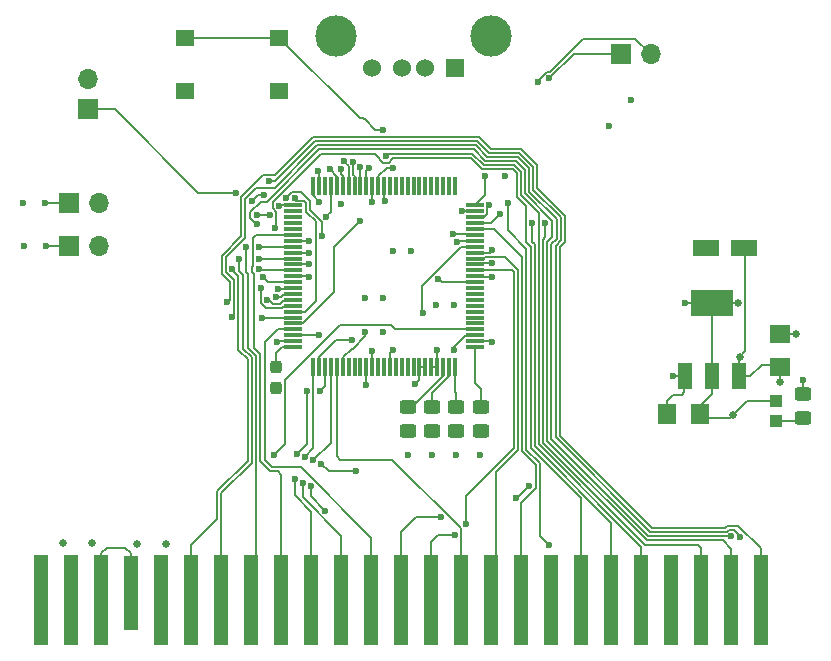
<source format=gbr>
%TF.GenerationSoftware,KiCad,Pcbnew,8.0.6*%
%TF.CreationDate,2024-12-24T11:34:52+00:00*%
%TF.ProjectId,RISKYMSXCart,5249534b-594d-4535-9843-6172742e6b69,rev?*%
%TF.SameCoordinates,Original*%
%TF.FileFunction,Copper,L1,Top*%
%TF.FilePolarity,Positive*%
%FSLAX46Y46*%
G04 Gerber Fmt 4.6, Leading zero omitted, Abs format (unit mm)*
G04 Created by KiCad (PCBNEW 8.0.6) date 2024-12-24 11:34:52*
%MOMM*%
%LPD*%
G01*
G04 APERTURE LIST*
G04 Aperture macros list*
%AMRoundRect*
0 Rectangle with rounded corners*
0 $1 Rounding radius*
0 $2 $3 $4 $5 $6 $7 $8 $9 X,Y pos of 4 corners*
0 Add a 4 corners polygon primitive as box body*
4,1,4,$2,$3,$4,$5,$6,$7,$8,$9,$2,$3,0*
0 Add four circle primitives for the rounded corners*
1,1,$1+$1,$2,$3*
1,1,$1+$1,$4,$5*
1,1,$1+$1,$6,$7*
1,1,$1+$1,$8,$9*
0 Add four rect primitives between the rounded corners*
20,1,$1+$1,$2,$3,$4,$5,0*
20,1,$1+$1,$4,$5,$6,$7,0*
20,1,$1+$1,$6,$7,$8,$9,0*
20,1,$1+$1,$8,$9,$2,$3,0*%
G04 Aperture macros list end*
%TA.AperFunction,ComponentPad*%
%ADD10R,1.700000X1.700000*%
%TD*%
%TA.AperFunction,ComponentPad*%
%ADD11O,1.700000X1.700000*%
%TD*%
%TA.AperFunction,SMDPad,CuDef*%
%ADD12R,1.600000X1.400000*%
%TD*%
%TA.AperFunction,SMDPad,CuDef*%
%ADD13RoundRect,0.250000X-0.450000X0.325000X-0.450000X-0.325000X0.450000X-0.325000X0.450000X0.325000X0*%
%TD*%
%TA.AperFunction,SMDPad,CuDef*%
%ADD14R,1.600000X1.800000*%
%TD*%
%TA.AperFunction,SMDPad,CuDef*%
%ADD15R,1.800000X1.600000*%
%TD*%
%TA.AperFunction,ComponentPad*%
%ADD16R,1.524000X1.524000*%
%TD*%
%TA.AperFunction,ComponentPad*%
%ADD17C,1.524000*%
%TD*%
%TA.AperFunction,ComponentPad*%
%ADD18C,3.500000*%
%TD*%
%TA.AperFunction,SMDPad,CuDef*%
%ADD19R,1.270000X7.620000*%
%TD*%
%TA.AperFunction,SMDPad,CuDef*%
%ADD20R,1.270000X6.350000*%
%TD*%
%TA.AperFunction,SMDPad,CuDef*%
%ADD21R,2.200000X1.400000*%
%TD*%
%TA.AperFunction,SMDPad,CuDef*%
%ADD22R,1.100000X1.000000*%
%TD*%
%TA.AperFunction,SMDPad,CuDef*%
%ADD23RoundRect,0.075000X0.075000X-0.725000X0.075000X0.725000X-0.075000X0.725000X-0.075000X-0.725000X0*%
%TD*%
%TA.AperFunction,SMDPad,CuDef*%
%ADD24RoundRect,0.075000X0.725000X-0.075000X0.725000X0.075000X-0.725000X0.075000X-0.725000X-0.075000X0*%
%TD*%
%TA.AperFunction,SMDPad,CuDef*%
%ADD25R,1.219000X2.235000*%
%TD*%
%TA.AperFunction,SMDPad,CuDef*%
%ADD26R,3.600000X2.200000*%
%TD*%
%TA.AperFunction,SMDPad,CuDef*%
%ADD27RoundRect,0.237500X-0.237500X0.300000X-0.237500X-0.300000X0.237500X-0.300000X0.237500X0.300000X0*%
%TD*%
%TA.AperFunction,ViaPad*%
%ADD28C,0.600000*%
%TD*%
%TA.AperFunction,ViaPad*%
%ADD29C,0.654800*%
%TD*%
%TA.AperFunction,Conductor*%
%ADD30C,0.200000*%
%TD*%
%TA.AperFunction,Conductor*%
%ADD31C,0.203200*%
%TD*%
G04 APERTURE END LIST*
D10*
%TO.P,J1,1,Pin_1*%
%TO.N,/BOOT0*%
X120360000Y-95175000D03*
D11*
%TO.P,J1,2,Pin_2*%
%TO.N,+3.3V*%
X122900000Y-95175000D03*
%TD*%
D12*
%TO.P,SW1,1,1*%
%TO.N,+3.3V*%
X138125000Y-85675000D03*
X130125000Y-85675000D03*
%TO.P,SW1,2,2*%
%TO.N,/BTN1*%
X138125000Y-81175000D03*
X130125000Y-81175000D03*
%TD*%
D10*
%TO.P,J2,1,Pin_1*%
%TO.N,/USART_TX*%
X167060000Y-82575000D03*
D11*
%TO.P,J2,2,Pin_2*%
%TO.N,/USART_RX*%
X169600000Y-82575000D03*
%TD*%
D13*
%TO.P,PWR,1,K*%
%TO.N,GND*%
X182450000Y-111325000D03*
%TO.P,PWR,2,A*%
%TO.N,Net-(D5-A)*%
X182450000Y-113375000D03*
%TD*%
%TO.P,D2,1,K*%
%TO.N,/LED2*%
X151075000Y-112425000D03*
%TO.P,D2,2,A*%
%TO.N,Net-(D2-A)*%
X151075000Y-114475000D03*
%TD*%
%TO.P,D3,1,K*%
%TO.N,/LED3*%
X153125000Y-112425000D03*
%TO.P,D3,2,A*%
%TO.N,Net-(D3-A)*%
X153125000Y-114475000D03*
%TD*%
D14*
%TO.P,C13,1,1*%
%TO.N,+3.3V*%
X173750000Y-113075000D03*
%TO.P,C13,2,2*%
%TO.N,GND*%
X170950000Y-113075000D03*
%TD*%
D15*
%TO.P,C1,1,1*%
%TO.N,+5V*%
X180555900Y-109047734D03*
%TO.P,C1,2,2*%
%TO.N,GND*%
X180555900Y-106247734D03*
%TD*%
D13*
%TO.P,D4,1,K*%
%TO.N,/LED4*%
X155200000Y-112425000D03*
%TO.P,D4,2,A*%
%TO.N,Net-(D4-A)*%
X155200000Y-114475000D03*
%TD*%
D16*
%TO.P,J7,1,VBUS*%
%TO.N,Net-(J7-VBUS)*%
X153000000Y-83727500D03*
D17*
%TO.P,J7,2,D-*%
%TO.N,/USB1_DM*%
X150500000Y-83727500D03*
%TO.P,J7,3,D+*%
%TO.N,/USB1_DP*%
X148500000Y-83727500D03*
%TO.P,J7,4,GND*%
%TO.N,GND*%
X146000000Y-83727500D03*
D18*
%TO.P,J7,5,Shield*%
X156070000Y-81017500D03*
X142930000Y-81017500D03*
%TD*%
D10*
%TO.P,J5,1,Pin_1*%
%TO.N,/BOOT1*%
X120335000Y-98825000D03*
D11*
%TO.P,J5,2,Pin_2*%
%TO.N,+3.3V*%
X122875000Y-98825000D03*
%TD*%
D10*
%TO.P,J8,1,Pin_1*%
%TO.N,/SWCLK*%
X121900000Y-87240000D03*
D11*
%TO.P,J8,2,Pin_2*%
%TO.N,/SWDIO*%
X121900000Y-84700000D03*
%TD*%
D19*
%TO.P,CN1,P2,~{EXCS2}*%
%TO.N,/~{EXCS2}*%
X178930300Y-128805934D03*
%TO.P,CN1,P4,~{EXSLTSL}*%
%TO.N,/~{EXSLTSL}*%
X176390300Y-128805934D03*
%TO.P,CN1,P6,~{RFSH}*%
%TO.N,/~{RFSH}*%
X173850300Y-128805934D03*
%TO.P,CN1,P8,~{SLOT_INT}*%
%TO.N,/~{SLOT_INT}*%
X171310300Y-128805934D03*
%TO.P,CN1,P10,BDIR*%
%TO.N,/BDIR*%
X168770300Y-128805934D03*
%TO.P,CN1,P12,MREQ*%
%TO.N,/MREQ*%
X166230300Y-128805934D03*
%TO.P,CN1,P14,RD*%
%TO.N,/RD*%
X163690300Y-128805934D03*
%TO.P,CN1,P16,P$16*%
%TO.N,unconnected-(CN1-P$16-PadP16)*%
X161150300Y-128805934D03*
%TO.P,CN1,P18,A15*%
%TO.N,/A15*%
X158610300Y-128805934D03*
%TO.P,CN1,P20,A10*%
%TO.N,/A10*%
X156070300Y-128805934D03*
%TO.P,CN1,P22,A6*%
%TO.N,/A6*%
X153530300Y-128805934D03*
%TO.P,CN1,P24,A8*%
%TO.N,/A8*%
X150990300Y-128805934D03*
%TO.P,CN1,P26,A13*%
%TO.N,/A13*%
X148450300Y-128805934D03*
%TO.P,CN1,P28,A0*%
%TO.N,/A0*%
X145910300Y-128805934D03*
%TO.P,CN1,P30,A2*%
%TO.N,/A2*%
X143370300Y-128805934D03*
%TO.P,CN1,P32,A4*%
%TO.N,/A4*%
X140830300Y-128805934D03*
%TO.P,CN1,P34,D0*%
%TO.N,/D0*%
X138290300Y-128805934D03*
%TO.P,CN1,P36,D2*%
%TO.N,/D2*%
X135750300Y-128805934D03*
%TO.P,CN1,P38,D4*%
%TO.N,/D4*%
X133210300Y-128805934D03*
%TO.P,CN1,P40,D6*%
%TO.N,/D6*%
X130670300Y-128805934D03*
%TO.P,CN1,P42,SLOTCLK*%
%TO.N,/SLOTCLK*%
X128130300Y-128805934D03*
D20*
%TO.P,CN1,P44,SW2*%
%TO.N,Net-(CN1-SW1)*%
X125590300Y-128170934D03*
D19*
%TO.P,CN1,P46,SW1*%
X123050300Y-128805934D03*
%TO.P,CN1,P48,VCC12V*%
%TO.N,unconnected-(CN1-VCC12V-PadP48)*%
X120510300Y-128805934D03*
%TO.P,CN1,P50,VCC-12V*%
%TO.N,unconnected-(CN1-VCC-12V-PadP50)*%
X117970300Y-128805934D03*
%TD*%
D13*
%TO.P,D1,1,K*%
%TO.N,/LED1*%
X149025000Y-112425000D03*
%TO.P,D1,2,A*%
%TO.N,Net-(D1-A)*%
X149025000Y-114475000D03*
%TD*%
D21*
%TO.P,C7,+,+*%
%TO.N,+5V*%
X177500000Y-99000000D03*
%TO.P,C7,-,-*%
%TO.N,GND*%
X174300000Y-99000000D03*
%TD*%
D22*
%TO.P,R3,1,1*%
%TO.N,+3.3V*%
X180200300Y-111953934D03*
%TO.P,R3,2,2*%
%TO.N,Net-(D5-A)*%
X180200300Y-113653934D03*
%TD*%
D23*
%TO.P,U1,1,PE2(FT)*%
%TO.N,/A2*%
X141000000Y-109050000D03*
%TO.P,U1,2,PE3(FT)*%
%TO.N,/A3*%
X141500000Y-109050000D03*
%TO.P,U1,3,PE4(FT)*%
%TO.N,/A4*%
X142000000Y-109050000D03*
%TO.P,U1,4,PE5(FT)*%
%TO.N,/A5*%
X142500000Y-109050000D03*
%TO.P,U1,5,PE6(FT)*%
%TO.N,/A6*%
X143000000Y-109050000D03*
%TO.P,U1,6,VBAT*%
%TO.N,+3.3V*%
X143500000Y-109050000D03*
%TO.P,U1,7,PC13/TAMPER-RTC*%
%TO.N,unconnected-(U1-PC13{slash}TAMPER-RTC-Pad7)*%
X144000000Y-109050000D03*
%TO.P,U1,8,PC14/OSC32IN*%
%TO.N,unconnected-(U1-PC14{slash}OSC32IN-Pad8)*%
X144500000Y-109050000D03*
%TO.P,U1,9,PC15/OSC32OUT*%
%TO.N,unconnected-(U1-PC15{slash}OSC32OUT-Pad9)*%
X145000000Y-109050000D03*
%TO.P,U1,10,VSS*%
%TO.N,GND*%
X145500000Y-109050000D03*
%TO.P,U1,11,VDD*%
%TO.N,+3.3V*%
X146000000Y-109050000D03*
%TO.P,U1,12,OSC_IN*%
%TO.N,unconnected-(U1-OSC_IN-Pad12)*%
X146500000Y-109050000D03*
%TO.P,U1,13,OSC_OUT*%
%TO.N,unconnected-(U1-OSC_OUT-Pad13)*%
X147000000Y-109050000D03*
%TO.P,U1,14,NRST*%
%TO.N,/NRST*%
X147500000Y-109050000D03*
%TO.P,U1,15,PC0/ADC10*%
%TO.N,unconnected-(U1-PC0{slash}ADC10-Pad15)*%
X148000000Y-109050000D03*
%TO.P,U1,16,PC1/ADC11*%
%TO.N,unconnected-(U1-PC1{slash}ADC11-Pad16)*%
X148500000Y-109050000D03*
%TO.P,U1,17,PC2/ADC12*%
%TO.N,unconnected-(U1-PC2{slash}ADC12-Pad17)*%
X149000000Y-109050000D03*
%TO.P,U1,18,PC3/ADC13*%
%TO.N,unconnected-(U1-PC3{slash}ADC13-Pad18)*%
X149500000Y-109050000D03*
%TO.P,U1,19,VSSA*%
%TO.N,GND*%
X150000000Y-109050000D03*
%TO.P,U1,20,VREF-*%
X150500000Y-109050000D03*
%TO.P,U1,21,VREF+*%
%TO.N,+3.3V*%
X151000000Y-109050000D03*
%TO.P,U1,22,VDDA*%
X151500000Y-109050000D03*
%TO.P,U1,23,PA0/WKUP/ADC0*%
%TO.N,/LED1*%
X152000000Y-109050000D03*
%TO.P,U1,24,PA1/ADC1*%
%TO.N,/LED2*%
X152500000Y-109050000D03*
%TO.P,U1,25,PA2/ADC2*%
%TO.N,/LED3*%
X153000000Y-109050000D03*
D24*
%TO.P,U1,26,PA3/ADC3*%
%TO.N,/LED4*%
X154675000Y-107375000D03*
%TO.P,U1,27,VSS*%
%TO.N,GND*%
X154675000Y-106875000D03*
%TO.P,U1,28,VDD*%
%TO.N,+3.3V*%
X154675000Y-106375000D03*
%TO.P,U1,29,PA4/ADC4/DAC0*%
%TO.N,/SCC_AUD*%
X154675000Y-105875000D03*
%TO.P,U1,30,PA5/ADC5/DAC1*%
%TO.N,unconnected-(U1-PA5{slash}ADC5{slash}DAC1-Pad30)*%
X154675000Y-105375000D03*
%TO.P,U1,31,PA6/ADC6*%
%TO.N,unconnected-(U1-PA6{slash}ADC6-Pad31)*%
X154675000Y-104875000D03*
%TO.P,U1,32,PA7/ADC7*%
%TO.N,unconnected-(U1-PA7{slash}ADC7-Pad32)*%
X154675000Y-104375000D03*
%TO.P,U1,33,PC4/ADC14*%
%TO.N,unconnected-(U1-PC4{slash}ADC14-Pad33)*%
X154675000Y-103875000D03*
%TO.P,U1,34,PC5/ADC15*%
%TO.N,unconnected-(U1-PC5{slash}ADC15-Pad34)*%
X154675000Y-103375000D03*
%TO.P,U1,35,PB0/ADC8*%
%TO.N,unconnected-(U1-PB0{slash}ADC8-Pad35)*%
X154675000Y-102875000D03*
%TO.P,U1,36,PB1/ADC9*%
%TO.N,unconnected-(U1-PB1{slash}ADC9-Pad36)*%
X154675000Y-102375000D03*
%TO.P,U1,37,PB2/BOOT1(FT)*%
%TO.N,/BOOT1*%
X154675000Y-101875000D03*
%TO.P,U1,38,PE7(FT)*%
%TO.N,/A7*%
X154675000Y-101375000D03*
%TO.P,U1,39,PE8(FT)*%
%TO.N,/A8*%
X154675000Y-100875000D03*
%TO.P,U1,40,PE9(FT)*%
%TO.N,/A9*%
X154675000Y-100375000D03*
%TO.P,U1,41,PE10(FT)*%
%TO.N,/A10*%
X154675000Y-99875000D03*
%TO.P,U1,42,PE11(FT)*%
%TO.N,/A11*%
X154675000Y-99375000D03*
%TO.P,U1,43,PE12(FT)*%
%TO.N,/A12*%
X154675000Y-98875000D03*
%TO.P,U1,44,PE13(FT)*%
%TO.N,/A13*%
X154675000Y-98375000D03*
%TO.P,U1,45,PE14(FT)*%
%TO.N,/A14*%
X154675000Y-97875000D03*
%TO.P,U1,46,PE15(FT)*%
%TO.N,/A15*%
X154675000Y-97375000D03*
%TO.P,U1,47,PB10(FT)*%
%TO.N,/MREQ*%
X154675000Y-96875000D03*
%TO.P,U1,48,PB11(FT)*%
%TO.N,/~{RFSH}*%
X154675000Y-96375000D03*
%TO.P,U1,49,VSS*%
%TO.N,GND*%
X154675000Y-95875000D03*
%TO.P,U1,50,VDD*%
%TO.N,+3.3V*%
X154675000Y-95375000D03*
D23*
%TO.P,U1,51,PB12(FT)*%
%TO.N,unconnected-(U1-PB12(FT)-Pad51)*%
X153000000Y-93700000D03*
%TO.P,U1,52,PB13(FT)*%
%TO.N,unconnected-(U1-PB13(FT)-Pad52)*%
X152500000Y-93700000D03*
%TO.P,U1,53,PB14(FT)*%
%TO.N,unconnected-(U1-PB14(FT)-Pad53)*%
X152000000Y-93700000D03*
%TO.P,U1,54,PB15(FT)*%
%TO.N,unconnected-(U1-PB15(FT)-Pad54)*%
X151500000Y-93700000D03*
%TO.P,U1,55,PD8(FT)*%
%TO.N,unconnected-(U1-PD8(FT)-Pad55)*%
X151000000Y-93700000D03*
%TO.P,U1,56,PD9(FT)*%
%TO.N,unconnected-(U1-PD9(FT)-Pad56)*%
X150500000Y-93700000D03*
%TO.P,U1,57,PD10(FT)*%
%TO.N,unconnected-(U1-PD10(FT)-Pad57)*%
X150000000Y-93700000D03*
%TO.P,U1,58,PD11(FT)*%
%TO.N,unconnected-(U1-PD11(FT)-Pad58)*%
X149500000Y-93700000D03*
%TO.P,U1,59,PD12(FT)*%
%TO.N,unconnected-(U1-PD12(FT)-Pad59)*%
X149000000Y-93700000D03*
%TO.P,U1,60,PD13(FT)*%
%TO.N,unconnected-(U1-PD13(FT)-Pad60)*%
X148500000Y-93700000D03*
%TO.P,U1,61,PD14(FT)*%
%TO.N,unconnected-(U1-PD14(FT)-Pad61)*%
X148000000Y-93700000D03*
%TO.P,U1,62,PD15(FT)*%
%TO.N,unconnected-(U1-PD15(FT)-Pad62)*%
X147500000Y-93700000D03*
%TO.P,U1,63,PC6/RXP(FT)*%
%TO.N,/~{RESET}*%
X147000000Y-93700000D03*
%TO.P,U1,64,PC7/RXN(FT)*%
%TO.N,/WAIT*%
X146500000Y-93700000D03*
%TO.P,U1,65,PC8/TXP(FT)*%
%TO.N,/IORQ*%
X146000000Y-93700000D03*
%TO.P,U1,66,PC9/TXN(FT)*%
%TO.N,/BDIR*%
X145500000Y-93700000D03*
%TO.P,U1,67,PA8(FT)*%
%TO.N,/BTN1*%
X145000000Y-93700000D03*
%TO.P,U1,68,PA9(FT)*%
%TO.N,/USART_TX*%
X144500000Y-93700000D03*
%TO.P,U1,69,PA10(FT)*%
%TO.N,/USART_RX*%
X144000000Y-93700000D03*
%TO.P,U1,70,PA11/USB1DM(FT)*%
%TO.N,/USB1_DM*%
X143500000Y-93700000D03*
%TO.P,U1,71,PA12/USB1DP(FT)*%
%TO.N,/USB1_DP*%
X143000000Y-93700000D03*
%TO.P,U1,72,PA13/SWDIO(FT)*%
%TO.N,/SWDIO*%
X142500000Y-93700000D03*
%TO.P,U1,73,NC*%
%TO.N,unconnected-(U1-NC-Pad73)*%
X142000000Y-93700000D03*
%TO.P,U1,74,VSS*%
%TO.N,GND*%
X141500000Y-93700000D03*
%TO.P,U1,75,VDD*%
%TO.N,+3.3V*%
X141000000Y-93700000D03*
D24*
%TO.P,U1,76,PA14/SWCLK(FT)*%
%TO.N,/SWCLK*%
X139325000Y-95375000D03*
%TO.P,U1,77,PA15(FT)*%
%TO.N,unconnected-(U1-PA15(FT)-Pad77)*%
X139325000Y-95875000D03*
%TO.P,U1,78,PC10(FT)*%
%TO.N,unconnected-(U1-PC10(FT)-Pad78)*%
X139325000Y-96375000D03*
%TO.P,U1,79,PC11(FT)*%
%TO.N,unconnected-(U1-PC11(FT)-Pad79)*%
X139325000Y-96875000D03*
%TO.P,U1,80,PC12(FT)*%
%TO.N,unconnected-(U1-PC12(FT)-Pad80)*%
X139325000Y-97375000D03*
%TO.P,U1,81,PD0(FT)*%
%TO.N,/D0*%
X139325000Y-97875000D03*
%TO.P,U1,82,PD1(FT)*%
%TO.N,/D1*%
X139325000Y-98375000D03*
%TO.P,U1,83,PD2(FT)*%
%TO.N,/D2*%
X139325000Y-98875000D03*
%TO.P,U1,84,PD3(FT)*%
%TO.N,/D3*%
X139325000Y-99375000D03*
%TO.P,U1,85,PD4(FT)*%
%TO.N,/D4*%
X139325000Y-99875000D03*
%TO.P,U1,86,PD5(FT)*%
%TO.N,/D5*%
X139325000Y-100375000D03*
%TO.P,U1,87,PD6(FT)*%
%TO.N,/D6*%
X139325000Y-100875000D03*
%TO.P,U1,88,PD7(FT)*%
%TO.N,/D7*%
X139325000Y-101375000D03*
%TO.P,U1,89,PB3(FT)*%
%TO.N,/~{EXSLTSL}*%
X139325000Y-101875000D03*
%TO.P,U1,90,PB4(FT)*%
%TO.N,/WR*%
X139325000Y-102375000D03*
%TO.P,U1,91,PB5(FT)*%
%TO.N,/RD*%
X139325000Y-102875000D03*
%TO.P,U1,92,PB6/USB2DM(FT)*%
%TO.N,/~{EXCS2}*%
X139325000Y-103375000D03*
%TO.P,U1,93,PB7/USB2DP(FT)*%
%TO.N,/~{EXCS1}*%
X139325000Y-103875000D03*
%TO.P,U1,94,BOOT0*%
%TO.N,/BOOT0*%
X139325000Y-104375000D03*
%TO.P,U1,95,PB8(FT)*%
%TO.N,/~{EXCS12}*%
X139325000Y-104875000D03*
%TO.P,U1,96,PB9(FT)*%
%TO.N,/~{M1}*%
X139325000Y-105375000D03*
%TO.P,U1,97,PE0(FT)*%
%TO.N,/A0*%
X139325000Y-105875000D03*
%TO.P,U1,98,PE1(FT)*%
%TO.N,/A1*%
X139325000Y-106375000D03*
%TO.P,U1,99,VSS*%
%TO.N,GND*%
X139325000Y-106875000D03*
%TO.P,U1,100,VDD*%
%TO.N,+3.3V*%
X139325000Y-107375000D03*
%TD*%
D25*
%TO.P,IC8,1,GND*%
%TO.N,GND*%
X172453700Y-109857734D03*
%TO.P,IC8,2,OUT*%
%TO.N,+3.3V*%
X174764700Y-109857734D03*
%TO.P,IC8,3,IN*%
%TO.N,+5V*%
X177075700Y-109857734D03*
D26*
%TO.P,IC8,TAB,OUT1*%
%TO.N,+3.3V*%
X174764700Y-103659734D03*
%TD*%
D27*
%TO.P,C10,1*%
%TO.N,+3.3V*%
X137850000Y-109087500D03*
%TO.P,C10,2*%
%TO.N,GND*%
X137850000Y-110812500D03*
%TD*%
D28*
%TO.N,GND*%
X137850000Y-110812500D03*
X174300000Y-99000000D03*
X171500000Y-109800000D03*
X137900000Y-106900000D03*
X152925000Y-103800000D03*
X141368788Y-92431212D03*
X143375000Y-95250000D03*
X149651004Y-110500000D03*
D29*
X128536700Y-124056134D03*
D28*
X147800000Y-99200000D03*
X157250000Y-92875000D03*
X182500000Y-110175000D03*
X151425000Y-103800000D03*
X146950000Y-103200000D03*
X153562984Y-95810364D03*
D29*
X126072900Y-124056134D03*
D28*
X166075000Y-88675000D03*
X145500000Y-110600000D03*
D29*
X181851300Y-106250734D03*
D28*
X145400000Y-103250000D03*
X156150000Y-106900000D03*
D29*
%TO.N,+5V*%
X122262900Y-123979934D03*
X177101500Y-108206534D03*
D28*
X167912500Y-86475000D03*
D29*
X180555900Y-110314734D03*
D28*
X177500000Y-99000000D03*
D29*
X119849900Y-123979934D03*
D28*
%TO.N,+3.3V*%
X151500000Y-107650000D03*
X138125000Y-85675000D03*
X137850000Y-109087500D03*
X155525000Y-92875000D03*
X151050000Y-116512500D03*
X152900000Y-107650000D03*
X141525000Y-95050000D03*
X155100000Y-116475000D03*
D29*
X176517300Y-113134134D03*
D28*
X130125000Y-85675000D03*
X153100000Y-116475000D03*
X145400000Y-106075000D03*
X146000000Y-107700000D03*
X146950000Y-106062500D03*
X149050000Y-116512500D03*
X149300000Y-99250000D03*
D29*
X176999900Y-103609134D03*
D28*
X172440000Y-103660000D03*
%TO.N,/~{EXCS1}*%
X136575000Y-102400000D03*
X177152186Y-123418049D03*
X137231289Y-93322601D03*
%TO.N,/~{EXCS2}*%
X137132470Y-103369541D03*
X133745200Y-103550000D03*
%TO.N,/~{EXCS12}*%
X134097600Y-104850000D03*
X136650000Y-104875000D03*
X176400000Y-123400000D03*
%TO.N,/~{EXSLTSL}*%
X136217800Y-96928196D03*
X136767800Y-101427400D03*
%TO.N,/~{RFSH}*%
X155927399Y-95309854D03*
X160666800Y-96882488D03*
%TO.N,/WAIT*%
X147721521Y-92185495D03*
%TO.N,/~{M1}*%
X144975000Y-96695200D03*
%TO.N,/BDIR*%
X147155967Y-91195200D03*
X145725000Y-92250000D03*
%TO.N,/IORQ*%
X145947600Y-95050000D03*
%TO.N,/MREQ*%
X159562000Y-96825000D03*
X156800000Y-96125000D03*
%TO.N,/WR*%
X138025000Y-102427400D03*
%TO.N,/RD*%
X137800000Y-97322600D03*
X137855220Y-103160397D03*
%TO.N,/~{RESET}*%
X161000000Y-124150000D03*
X157481040Y-95202400D03*
X147052400Y-95000000D03*
%TO.N,/A9*%
X156150000Y-100295201D03*
%TO.N,/A11*%
X156150000Y-99190401D03*
X159304800Y-119100000D03*
X158200001Y-120181211D03*
%TO.N,/A7*%
X156150000Y-101400000D03*
%TO.N,/A12*%
X150257914Y-104504510D03*
%TO.N,/A8*%
X153963950Y-122313950D03*
X152977900Y-123300000D03*
%TO.N,/A14*%
X152800000Y-97800000D03*
%TO.N,/A13*%
X153200000Y-98450000D03*
X151809394Y-121790606D03*
%TO.N,/A1*%
X141686839Y-117253218D03*
X144604800Y-117900000D03*
X141500000Y-106350000D03*
%TO.N,/A3*%
X144252400Y-106800000D03*
%TO.N,/A2*%
X140312702Y-116641176D03*
X140099730Y-118875207D03*
%TO.N,/A5*%
X140991662Y-116965402D03*
X142039790Y-121239790D03*
X140791021Y-119172233D03*
%TO.N,/A4*%
X139442553Y-118508837D03*
X139600000Y-116400000D03*
X140447600Y-111100000D03*
X141552400Y-111100000D03*
%TO.N,/D1*%
X140623368Y-98375000D03*
%TO.N,/D3*%
X140647600Y-99375001D03*
%TO.N,/D2*%
X136415400Y-98875000D03*
X135310600Y-98909394D03*
%TO.N,/D5*%
X140647600Y-100350000D03*
%TO.N,/D4*%
X136415400Y-99875000D03*
X134758200Y-99900000D03*
%TO.N,/D7*%
X140647600Y-101400000D03*
%TO.N,/D6*%
X134169493Y-100783183D03*
X136379093Y-100783183D03*
%TO.N,/SCC_AUD*%
X137675000Y-116500000D03*
%TO.N,/NRST*%
X147800000Y-107600000D03*
%TO.N,Net-(D1-A)*%
X149050000Y-114687500D03*
%TO.N,Net-(D2-A)*%
X151050000Y-114687500D03*
%TO.N,/BOOT0*%
X139462500Y-94772600D03*
X118285000Y-95175000D03*
%TO.N,/USART_TX*%
X144371003Y-91671933D03*
X161000000Y-84625000D03*
%TO.N,/USART_RX*%
X143622278Y-91597634D03*
X160000000Y-84900000D03*
%TO.N,/BOOT1*%
X151600000Y-101600000D03*
X136217800Y-96175793D03*
X138681290Y-94772602D03*
X137322600Y-96175793D03*
X141752400Y-97975000D03*
X118360000Y-98825000D03*
%TO.N,/USB1_DM*%
X143319907Y-92286606D03*
%TO.N,/USB1_DP*%
X142400552Y-92333476D03*
%TO.N,/SWDIO*%
X142089790Y-96335210D03*
%TO.N,/SWCLK*%
X134462561Y-94315672D03*
X138126412Y-95400000D03*
X136827399Y-94491389D03*
X135809302Y-95021866D03*
%TO.N,Net-(D3-A)*%
X153100000Y-114650000D03*
%TO.N,Net-(D4-A)*%
X155100000Y-114650000D03*
%TO.N,/BTN1*%
X146921379Y-89033201D03*
X144967972Y-92129904D03*
%TO.N,GND*%
X116535000Y-98825000D03*
X116460000Y-95175000D03*
%TD*%
D30*
%TO.N,/USB1_DM*%
X143319907Y-92719908D02*
X143500000Y-92900001D01*
X143319907Y-92286606D02*
X143319907Y-92719908D01*
X143500000Y-92900001D02*
X143500000Y-93700000D01*
%TO.N,/USART_RX*%
X144000000Y-92082142D02*
X144000000Y-93700000D01*
X143622278Y-91597634D02*
X143622278Y-91704420D01*
X143622278Y-91704420D02*
X144000000Y-92082142D01*
%TO.N,/USB1_DP*%
X143000000Y-92934908D02*
X143000000Y-93700000D01*
X142400552Y-92335460D02*
X143000000Y-92934908D01*
X142400552Y-92333476D02*
X142400552Y-92335460D01*
%TO.N,/BDIR*%
X145725000Y-92250000D02*
X145500000Y-92475000D01*
X145500000Y-92475000D02*
X145500000Y-93700000D01*
%TO.N,/USART_TX*%
X163050000Y-82575000D02*
X167060000Y-82575000D01*
X161000000Y-84625000D02*
X163050000Y-82575000D01*
%TO.N,GND*%
X172425000Y-111200000D02*
X172425000Y-109886434D01*
X171500000Y-111425000D02*
X172200000Y-111425000D01*
X170950000Y-111975000D02*
X171500000Y-111425000D01*
X172200000Y-111425000D02*
X172425000Y-111200000D01*
X172425000Y-109886434D02*
X172453700Y-109857734D01*
X170950000Y-113075000D02*
X170950000Y-111975000D01*
%TO.N,+3.3V*%
X174764700Y-111360300D02*
X174764700Y-109857734D01*
X173750000Y-112375000D02*
X174764700Y-111360300D01*
X173750000Y-113075000D02*
X173750000Y-112375000D01*
%TO.N,GND*%
X182450000Y-110225000D02*
X182500000Y-110175000D01*
X172453700Y-109857734D02*
X171557734Y-109857734D01*
X182450000Y-111325000D02*
X182450000Y-110225000D01*
X154610364Y-95810364D02*
X154675000Y-95875000D01*
D31*
X180555900Y-106247734D02*
X181848300Y-106247734D01*
D30*
X150500000Y-109050000D02*
X150000000Y-109050000D01*
X139325000Y-106875000D02*
X137925000Y-106875000D01*
X171557734Y-109857734D02*
X171500000Y-109800000D01*
X150000000Y-110151004D02*
X149651004Y-110500000D01*
X137925000Y-106875000D02*
X137900000Y-106900000D01*
X141500000Y-93700000D02*
X141500000Y-92562424D01*
X153562984Y-95810364D02*
X154610364Y-95810364D01*
X141500000Y-92562424D02*
X141368788Y-92431212D01*
X150000000Y-109050000D02*
X150000000Y-110151004D01*
X156150000Y-106900000D02*
X156125000Y-106875000D01*
D31*
X181848300Y-106247734D02*
X181851300Y-106250734D01*
D30*
X145500000Y-109050000D02*
X145500000Y-110600000D01*
X156125000Y-106875000D02*
X154675000Y-106875000D01*
D31*
%TO.N,+5V*%
X177075700Y-108232334D02*
X177101500Y-108206534D01*
D30*
X177589868Y-107718166D02*
X177589868Y-99089868D01*
D31*
X179006500Y-108866934D02*
X180375100Y-108866934D01*
X180375100Y-108866934D02*
X180555900Y-109047734D01*
X177075700Y-109857734D02*
X177075700Y-108232334D01*
D30*
X177589868Y-99089868D02*
X177500000Y-99000000D01*
D31*
X180555900Y-109047734D02*
X180555900Y-110314734D01*
X177075700Y-109857734D02*
X178015700Y-109857734D01*
D30*
X177101500Y-108206534D02*
X177589868Y-107718166D01*
D31*
X178015700Y-109857734D02*
X179006500Y-108866934D01*
D30*
%TO.N,+3.3V*%
X174764700Y-103659734D02*
X172440266Y-103659734D01*
X154675000Y-95375000D02*
X155525000Y-94525000D01*
D31*
X174764700Y-103659734D02*
X176949300Y-103659734D01*
D30*
X143500000Y-109050000D02*
X143500000Y-108250001D01*
X139325000Y-107375000D02*
X138375000Y-107375000D01*
X146000000Y-109050000D02*
X146000000Y-107700000D01*
X145400000Y-106433612D02*
X145400000Y-106075000D01*
D31*
X180161300Y-111914934D02*
X177736500Y-111914934D01*
X176263362Y-113388134D02*
X174285100Y-113388134D01*
D30*
X155525000Y-94525000D02*
X155525000Y-92875000D01*
D31*
X176949300Y-103659734D02*
X176999900Y-103609134D01*
D30*
X137850000Y-109087500D02*
X137850000Y-107900000D01*
X153909908Y-106375000D02*
X154675000Y-106375000D01*
X172440266Y-103659734D02*
X172440000Y-103660000D01*
X144333612Y-107500000D02*
X145400000Y-106433612D01*
X141000000Y-94525000D02*
X141000000Y-93700000D01*
X144250001Y-107500000D02*
X144333612Y-107500000D01*
X141525000Y-95050000D02*
X141000000Y-94525000D01*
X137850000Y-107900000D02*
X138375000Y-107375000D01*
X143500000Y-108250001D02*
X144250001Y-107500000D01*
D31*
X176263362Y-113388134D02*
X176517300Y-113134134D01*
X174764700Y-103659734D02*
X174764700Y-109857734D01*
X177736500Y-111914934D02*
X176517300Y-113134134D01*
D30*
X152900000Y-107650000D02*
X152900000Y-107384908D01*
X152900000Y-107384908D02*
X153909908Y-106375000D01*
D31*
X180200300Y-111953934D02*
X180161300Y-111914934D01*
D30*
X151500000Y-109050000D02*
X151500000Y-107650000D01*
X151000000Y-109050000D02*
X151500000Y-109050000D01*
%TO.N,/~{EXCS1}*%
X136575000Y-103135659D02*
X136580070Y-103140729D01*
X138523370Y-103875000D02*
X139325000Y-103875000D01*
X136580070Y-103140729D02*
X136580070Y-103598353D01*
X136580070Y-103598353D02*
X137046914Y-104065197D01*
X136575000Y-102400000D02*
X136575000Y-103135659D01*
X137046914Y-104065197D02*
X138333173Y-104065197D01*
X138333173Y-104065197D02*
X138523370Y-103875000D01*
%TO.N,/~{EXCS2}*%
X138187204Y-103712797D02*
X138525001Y-103375000D01*
X137132470Y-103369541D02*
X137283152Y-103369541D01*
X137283152Y-103369541D02*
X137626408Y-103712797D01*
X137626408Y-103712797D02*
X138187204Y-103712797D01*
X138525001Y-103375000D02*
X139325000Y-103375000D01*
%TO.N,/~{EXCS12}*%
X136650000Y-104875000D02*
X139325000Y-104875000D01*
%TO.N,/~{EXSLTSL}*%
X137215400Y-101875000D02*
X139325000Y-101875000D01*
X136767800Y-101427400D02*
X137215400Y-101875000D01*
%TO.N,/~{RFSH}*%
X155727400Y-96087692D02*
X155440092Y-96375000D01*
X155727400Y-95509853D02*
X155727400Y-96087692D01*
X155440092Y-96375000D02*
X154675000Y-96375000D01*
X155927399Y-95309854D02*
X155727400Y-95509853D01*
%TO.N,/WAIT*%
X147214506Y-92185495D02*
X147721521Y-92185495D01*
X146500000Y-93700000D02*
X146500000Y-92900001D01*
X146500000Y-92900001D02*
X147214506Y-92185495D01*
%TO.N,/~{M1}*%
X142800000Y-102699999D02*
X140124999Y-105375000D01*
X142800000Y-98870200D02*
X142800000Y-102699999D01*
X144975000Y-96695200D02*
X142800000Y-98870200D01*
X140124999Y-105375000D02*
X139325000Y-105375000D01*
%TO.N,/BDIR*%
X155442157Y-91970200D02*
X158024185Y-91970200D01*
X160114400Y-96047244D02*
X160114400Y-115610332D01*
X147155967Y-91195200D02*
X147351167Y-91000000D01*
X147351167Y-91000000D02*
X154471957Y-91000000D01*
X168770300Y-124266232D02*
X168770300Y-128805934D01*
X154471957Y-91000000D02*
X155442157Y-91970200D01*
X158577400Y-94510244D02*
X160114400Y-96047244D01*
X160114400Y-115610332D02*
X168770300Y-124266232D01*
X158024185Y-91970200D02*
X158577400Y-92523415D01*
X158577400Y-92523415D02*
X158577400Y-94510244D01*
%TO.N,/IORQ*%
X146000000Y-94997600D02*
X146000000Y-93700000D01*
X145947600Y-95050000D02*
X146000000Y-94997600D01*
%TO.N,/MREQ*%
X159762000Y-115756300D02*
X159762000Y-98662000D01*
X159562000Y-98462000D02*
X159562000Y-96825000D01*
X166230300Y-122224600D02*
X159762000Y-115756300D01*
X156050000Y-96875000D02*
X156800000Y-96125000D01*
X159762000Y-98662000D02*
X159562000Y-98462000D01*
X154675000Y-96875000D02*
X156050000Y-96875000D01*
X166230300Y-128805934D02*
X166230300Y-122224600D01*
%TO.N,/WR*%
X139272600Y-102427400D02*
X139325000Y-102375000D01*
X138025000Y-102427400D02*
X139272600Y-102427400D01*
%TO.N,/RD*%
X141677480Y-90995200D02*
X137574012Y-95098668D01*
X159409600Y-98911231D02*
X159009600Y-98511231D01*
X146329555Y-91079555D02*
X146245200Y-90995200D01*
X158225000Y-92669384D02*
X157878216Y-92322600D01*
X138239604Y-103160397D02*
X138525001Y-102875000D01*
X138525001Y-102875000D02*
X139325000Y-102875000D01*
X163690300Y-128805934D02*
X163690300Y-125630934D01*
X146927155Y-91747600D02*
X146329555Y-91150000D01*
X159009600Y-98511231D02*
X159009600Y-95440813D01*
X159009600Y-95440813D02*
X158225000Y-94656213D01*
X157878216Y-92322600D02*
X155296188Y-92322600D01*
X163690300Y-120182968D02*
X159409600Y-115902268D01*
X147708367Y-91424012D02*
X147384779Y-91747600D01*
X159409600Y-115902268D02*
X159409600Y-98911231D01*
X158225000Y-94656213D02*
X158225000Y-92669384D01*
X137574012Y-95628812D02*
X137875000Y-95929800D01*
X137875000Y-95929800D02*
X137875000Y-97247600D01*
X137855220Y-103160397D02*
X138239604Y-103160397D01*
X137574012Y-95098668D02*
X137574012Y-95628812D01*
X154325988Y-91352400D02*
X147708367Y-91352400D01*
X137875000Y-97247600D02*
X137800000Y-97322600D01*
X147384779Y-91747600D02*
X146927155Y-91747600D01*
X163690300Y-128805934D02*
X163690300Y-120182968D01*
X147708367Y-91352400D02*
X147708367Y-91424012D01*
X155296188Y-92322600D02*
X154325988Y-91352400D01*
X146245200Y-90995200D02*
X141677480Y-90995200D01*
X146329555Y-91150000D02*
X146329555Y-91079555D01*
%TO.N,/~{RESET}*%
X147000000Y-94947600D02*
X147000000Y-93700000D01*
X147052400Y-95000000D02*
X147000000Y-94947600D01*
%TO.N,/A9*%
X154754799Y-100295201D02*
X154675000Y-100375000D01*
X156150000Y-100295201D02*
X154754799Y-100295201D01*
%TO.N,/A15*%
X159857200Y-117346604D02*
X158704800Y-116194204D01*
X156325000Y-97375000D02*
X154675000Y-97375000D01*
X158600000Y-120586012D02*
X159857200Y-119328812D01*
X158704800Y-116194204D02*
X158704800Y-99754800D01*
X158704800Y-99754800D02*
X156325000Y-97375000D01*
X159857200Y-119328812D02*
X159857200Y-117346604D01*
X158610300Y-128805934D02*
X158600000Y-128795634D01*
X158600000Y-128795634D02*
X158600000Y-120586012D01*
%TO.N,/A11*%
X156150000Y-99190401D02*
X155965401Y-99375000D01*
X155965401Y-99375000D02*
X154675000Y-99375000D01*
X158200001Y-120181211D02*
X158223589Y-120181211D01*
X158223589Y-120181211D02*
X159304800Y-119100000D01*
%TO.N,/A10*%
X156070300Y-128805934D02*
X156070300Y-125630934D01*
X155439341Y-99875000D02*
X155571540Y-99742801D01*
X156452400Y-117948235D02*
X156452400Y-128423834D01*
X155571540Y-99742801D02*
X157241170Y-99742801D01*
X157241170Y-99742801D02*
X158352400Y-100854031D01*
X158352400Y-116048235D02*
X156452400Y-117948235D01*
X158352400Y-100854031D02*
X158352400Y-116048235D01*
X156452400Y-128423834D02*
X156070300Y-128805934D01*
X154675000Y-99875000D02*
X155439341Y-99875000D01*
%TO.N,/A7*%
X156150000Y-101400000D02*
X154700000Y-101400000D01*
X154700000Y-101400000D02*
X154675000Y-101375000D01*
%TO.N,/A6*%
X153530300Y-128805934D02*
X153530300Y-122730300D01*
X143300000Y-116900000D02*
X143000000Y-116600000D01*
X143000000Y-116600000D02*
X143000000Y-109050000D01*
X153530300Y-122730300D02*
X147700000Y-116900000D01*
X147700000Y-116900000D02*
X143300000Y-116900000D01*
%TO.N,/A12*%
X153491388Y-98927400D02*
X154622600Y-98927400D01*
X150257914Y-104504510D02*
X150203404Y-104450000D01*
X154622600Y-98927400D02*
X154675000Y-98875000D01*
X150203404Y-102215384D02*
X153491388Y-98927400D01*
X150203404Y-104450000D02*
X150203404Y-102215384D01*
%TO.N,/A8*%
X153963950Y-119938316D02*
X158000000Y-115902266D01*
X157847600Y-100847600D02*
X154702400Y-100847600D01*
X158000000Y-115902266D02*
X158000000Y-101000000D01*
X158000000Y-101000000D02*
X157847600Y-100847600D01*
X153963950Y-122313950D02*
X153963950Y-119938316D01*
X154702400Y-100847600D02*
X154675000Y-100875000D01*
%TO.N,/A14*%
X154622600Y-97822600D02*
X154675000Y-97875000D01*
X152822600Y-97822600D02*
X154622600Y-97822600D01*
X152800000Y-97800000D02*
X152822600Y-97822600D01*
%TO.N,/A13*%
X153275000Y-98375000D02*
X154675000Y-98375000D01*
X153200000Y-98450000D02*
X153275000Y-98375000D01*
X148450300Y-123049700D02*
X148450300Y-128805934D01*
X149709394Y-121790606D02*
X148450300Y-123049700D01*
X151809394Y-121790606D02*
X149709394Y-121790606D01*
%TO.N,/A1*%
X141475000Y-106375000D02*
X139325000Y-106375000D01*
X144604800Y-117900000D02*
X142333621Y-117900000D01*
X141500000Y-106350000D02*
X141475000Y-106375000D01*
X142333621Y-117900000D02*
X141686839Y-117253218D01*
%TO.N,/A0*%
X145910300Y-123510300D02*
X139952400Y-117552400D01*
X145910300Y-128805934D02*
X145910300Y-123510300D01*
X136902400Y-116952400D02*
X136902400Y-106972600D01*
X136902400Y-106972600D02*
X138000000Y-105875000D01*
X137502400Y-117552400D02*
X136902400Y-116952400D01*
X139952400Y-117552400D02*
X137502400Y-117552400D01*
X138000000Y-105875000D02*
X139325000Y-105875000D01*
%TO.N,/A3*%
X144252400Y-106800000D02*
X142950001Y-106800000D01*
X142950001Y-106800000D02*
X141500000Y-108250001D01*
X141500000Y-108250001D02*
X141500000Y-109050000D01*
%TO.N,/A2*%
X140099730Y-120080942D02*
X143370300Y-123351512D01*
X140099730Y-118875207D02*
X140099730Y-120080942D01*
X143370300Y-123351512D02*
X143370300Y-128805934D01*
X140312702Y-116641176D02*
X141000000Y-115953878D01*
X141000000Y-115953878D02*
X141000000Y-109050000D01*
%TO.N,/A5*%
X140991662Y-116965402D02*
X142500000Y-115457064D01*
X142039790Y-121239790D02*
X140791021Y-119991021D01*
X142500000Y-115457064D02*
X142500000Y-109050000D01*
X140791021Y-119991021D02*
X140791021Y-119172233D01*
%TO.N,/A4*%
X139600000Y-116400000D02*
X140447600Y-115552400D01*
X142000000Y-110652400D02*
X142000000Y-109050000D01*
X141552400Y-111100000D02*
X142000000Y-110652400D01*
X139442553Y-118508837D02*
X139442553Y-119922133D01*
X140447600Y-115552400D02*
X140447600Y-111100000D01*
X140830300Y-128805934D02*
X140830300Y-125630934D01*
X140850000Y-121329580D02*
X140850000Y-128786234D01*
X140850000Y-128786234D02*
X140830300Y-128805934D01*
X139442553Y-119922133D02*
X140850000Y-121329580D01*
%TO.N,/D1*%
X140623368Y-98375000D02*
X139325000Y-98375000D01*
%TO.N,/D0*%
X138290300Y-118190300D02*
X138004800Y-117904800D01*
X135863000Y-98146820D02*
X136134820Y-97875000D01*
X136504800Y-117053169D02*
X136504800Y-107959696D01*
X135826693Y-100554371D02*
X135863000Y-100518064D01*
X135826693Y-101011995D02*
X135826693Y-100554371D01*
X136000000Y-107454896D02*
X136000000Y-101185302D01*
X138290300Y-128805934D02*
X138290300Y-118190300D01*
X136504800Y-107959696D02*
X136000000Y-107454896D01*
X136134820Y-97875000D02*
X139325000Y-97875000D01*
X138004800Y-117904800D02*
X137356431Y-117904800D01*
X137356431Y-117904800D02*
X136504800Y-117053169D01*
X135863000Y-100518064D02*
X135863000Y-98146820D01*
X136000000Y-101185302D02*
X135826693Y-101011995D01*
%TO.N,/D3*%
X140647600Y-99375001D02*
X139325001Y-99375001D01*
X139325001Y-99375001D02*
X139325000Y-99375000D01*
%TO.N,/D2*%
X135475000Y-107428264D02*
X136152400Y-108105664D01*
X136152400Y-128403834D02*
X135750300Y-128805934D01*
X135310600Y-98909394D02*
X135310600Y-100994271D01*
X136415400Y-98875000D02*
X139325000Y-98875000D01*
X135475000Y-101158671D02*
X135475000Y-107428264D01*
X136152400Y-108105664D02*
X136152400Y-128403834D01*
X135310600Y-100994271D02*
X135475000Y-101158671D01*
%TO.N,/D5*%
X140622600Y-100375000D02*
X139325000Y-100375000D01*
X140647600Y-100350000D02*
X140622600Y-100375000D01*
%TO.N,/D4*%
X135800000Y-117150000D02*
X133210300Y-119739700D01*
X135075000Y-101257040D02*
X135075000Y-107526632D01*
X135800000Y-108251632D02*
X135800000Y-117150000D01*
X135075000Y-107526632D02*
X135800000Y-108251632D01*
X134758200Y-99900000D02*
X134758200Y-100940240D01*
X136415400Y-99875000D02*
X139325000Y-99875000D01*
X133210300Y-119739700D02*
X133210300Y-128805934D01*
X134758200Y-100940240D02*
X135075000Y-101257040D01*
%TO.N,/D7*%
X140647600Y-101400000D02*
X140622600Y-101375000D01*
X140622600Y-101375000D02*
X139325000Y-101375000D01*
%TO.N,/D6*%
X135447600Y-108397600D02*
X135447600Y-117004032D01*
X136379093Y-100783183D02*
X136470910Y-100875000D01*
X134650000Y-101330408D02*
X134650000Y-107600000D01*
X134169493Y-100783183D02*
X134169493Y-100849901D01*
X132857900Y-119593732D02*
X132857900Y-121942100D01*
X134650000Y-107600000D02*
X135447600Y-108397600D01*
X132857900Y-121942100D02*
X130670300Y-124129700D01*
X130670300Y-124129700D02*
X130670300Y-128805934D01*
X134169493Y-100849901D02*
X134650000Y-101330408D01*
X135447600Y-117004032D02*
X132857900Y-119593732D01*
X136470910Y-100875000D02*
X139325000Y-100875000D01*
%TO.N,/SLOTCLK*%
X127956900Y-128632534D02*
X128130300Y-128805934D01*
D31*
%TO.N,Net-(CN1-SW1)*%
X123532900Y-124360934D02*
X125107700Y-124360934D01*
X125590300Y-124843534D02*
X125590300Y-128170934D01*
X123050300Y-128805934D02*
X123050300Y-124843534D01*
X123050300Y-124843534D02*
X123532900Y-124360934D01*
X125107700Y-124360934D02*
X125590300Y-124843534D01*
D30*
%TO.N,/SCC_AUD*%
X147553812Y-105510100D02*
X143264900Y-105510100D01*
X143264900Y-105510100D02*
X138600000Y-110175000D01*
X138600000Y-115575000D02*
X137675000Y-116500000D01*
X138600000Y-110175000D02*
X138600000Y-115575000D01*
X154675000Y-105875000D02*
X147918712Y-105875000D01*
X147918712Y-105875000D02*
X147553812Y-105510100D01*
%TO.N,/NRST*%
X147500000Y-109050000D02*
X147500000Y-107900000D01*
X147500000Y-107900000D02*
X147800000Y-107600000D01*
%TO.N,/LED1*%
X152000000Y-109849999D02*
X152000000Y-109050000D01*
X149050000Y-112450000D02*
X149399999Y-112450000D01*
X149399999Y-112450000D02*
X152000000Y-109849999D01*
X149050000Y-112450000D02*
X149450000Y-112050000D01*
%TO.N,/LED2*%
X151100000Y-111248367D02*
X152500000Y-109848367D01*
X152500000Y-109848367D02*
X152500000Y-109050000D01*
X151100000Y-112425000D02*
X151100000Y-111248367D01*
%TO.N,/BOOT0*%
X140377400Y-95162308D02*
X140377400Y-95902400D01*
X140266687Y-104375000D02*
X139325000Y-104375000D01*
X139462500Y-94862500D02*
X139572600Y-94972600D01*
X139572600Y-94972600D02*
X140187692Y-94972600D01*
X139462500Y-94772600D02*
X139462500Y-94862500D01*
X140187692Y-94972600D02*
X140377400Y-95162308D01*
X118285000Y-95175000D02*
X120360000Y-95175000D01*
X141200000Y-96725000D02*
X141200000Y-103441687D01*
X140377400Y-95902400D02*
X141200000Y-96725000D01*
X141200000Y-103441687D02*
X140266687Y-104375000D01*
%TO.N,/USART_TX*%
X144371003Y-92771004D02*
X144371003Y-91671933D01*
X144500000Y-92900001D02*
X144371003Y-92771004D01*
X144500000Y-93700000D02*
X144500000Y-92900001D01*
X144506722Y-93693278D02*
X144500000Y-93700000D01*
%TO.N,/USART_RX*%
X168286872Y-81261872D02*
X169600000Y-82575000D01*
X160000000Y-84843788D02*
X160771188Y-84072600D01*
X160771188Y-84072600D02*
X161054032Y-84072600D01*
X163864760Y-81261872D02*
X168286872Y-81261872D01*
X161054032Y-84072600D02*
X163864760Y-81261872D01*
X160000000Y-84900000D02*
X160000000Y-84843788D01*
%TO.N,/BOOT1*%
X138681290Y-94772602D02*
X139233692Y-94220200D01*
X154675000Y-101875000D02*
X151875000Y-101875000D01*
X140729800Y-95756432D02*
X141752400Y-96779032D01*
X151875000Y-101875000D02*
X151600000Y-101600000D01*
X118360000Y-98825000D02*
X120335000Y-98825000D01*
X136217800Y-96175793D02*
X137322600Y-96175793D01*
X139233692Y-94220200D02*
X139933661Y-94220200D01*
X140729800Y-95016339D02*
X140729800Y-95756432D01*
X141752400Y-96779032D02*
X141752400Y-97975000D01*
X139933661Y-94220200D02*
X140729800Y-95016339D01*
%TO.N,/USB1_DP*%
X149036530Y-83727500D02*
X148500000Y-83727500D01*
%TO.N,/SWDIO*%
X142089790Y-96310210D02*
X142500000Y-95900000D01*
X142089790Y-96335210D02*
X142089790Y-96310210D01*
X142500000Y-95900000D02*
X142500000Y-93700000D01*
%TO.N,/SWCLK*%
X135809302Y-95021866D02*
X136339779Y-94491389D01*
X124190000Y-87240000D02*
X121900000Y-87240000D01*
X138126412Y-95400000D02*
X138151412Y-95375000D01*
X131265672Y-94315672D02*
X124190000Y-87240000D01*
X134462561Y-94315672D02*
X131265672Y-94315672D01*
X138151412Y-95375000D02*
X139325000Y-95375000D01*
X136339779Y-94491389D02*
X136827399Y-94491389D01*
%TO.N,/LED3*%
X153125000Y-112425000D02*
X153125000Y-111275000D01*
X153125000Y-111275000D02*
X153000000Y-111150000D01*
X153000000Y-111150000D02*
X153000000Y-109050000D01*
%TO.N,/LED4*%
X154675000Y-110375000D02*
X154675000Y-107375000D01*
X155180000Y-110880000D02*
X154675000Y-110375000D01*
X155180000Y-112442500D02*
X155180000Y-110880000D01*
%TO.N,/BTN1*%
X146250172Y-88987404D02*
X145441800Y-88179032D01*
X146921379Y-89033201D02*
X146875582Y-88987404D01*
X144922600Y-87972600D02*
X138125000Y-81175000D01*
X146875582Y-88987404D02*
X146250172Y-88987404D01*
X144947601Y-93647601D02*
X145000000Y-93700000D01*
X138125000Y-81175000D02*
X130125000Y-81175000D01*
X144967972Y-92129904D02*
X144947601Y-92150275D01*
X145441800Y-88179031D02*
X145235369Y-87972600D01*
X145441800Y-88179032D02*
X145441800Y-88179031D01*
X144947601Y-92150275D02*
X144947601Y-93647601D01*
X145235369Y-87972600D02*
X144922600Y-87972600D01*
D31*
%TO.N,Net-(D5-A)*%
X181930700Y-113653934D02*
X180200300Y-113653934D01*
D30*
%TO.N,/A8*%
X151600000Y-123300000D02*
X152977900Y-123300000D01*
X150990300Y-123909700D02*
X151600000Y-123300000D01*
X150990300Y-128805934D02*
X150990300Y-123909700D01*
%TO.N,/~{RESET}*%
X157481040Y-97481040D02*
X159057200Y-99057200D01*
X157481040Y-95202400D02*
X157481040Y-97481040D01*
X160209600Y-117200636D02*
X160209600Y-123359600D01*
X160209600Y-123359600D02*
X161000000Y-124150000D01*
X159057200Y-116048236D02*
X160209600Y-117200636D01*
X159057200Y-99057200D02*
X159057200Y-116048236D01*
%TO.N,/~{RFSH}*%
X169102436Y-124100000D02*
X173595798Y-124100000D01*
X160466800Y-115464364D02*
X169102436Y-124100000D01*
X173850300Y-124354502D02*
X173850300Y-128805934D01*
X160466800Y-98276535D02*
X160466800Y-115464364D01*
X173595798Y-124100000D02*
X173850300Y-124354502D01*
X160666800Y-96882488D02*
X160666800Y-98076535D01*
X160666800Y-98076535D02*
X160466800Y-98276535D01*
%TO.N,/~{EXSLTSL}*%
X169225904Y-123725100D02*
X175675100Y-123725100D01*
X160819200Y-115318396D02*
X169225904Y-123725100D01*
X160819200Y-98480800D02*
X160819200Y-115318396D01*
X161250000Y-98050000D02*
X160819200Y-98480800D01*
X161250000Y-96684476D02*
X161250000Y-98050000D01*
X158929800Y-94364276D02*
X161250000Y-96684476D01*
X158929800Y-92377446D02*
X158929800Y-94364276D01*
X158170154Y-91617800D02*
X158929800Y-92377446D01*
X155588125Y-91617800D02*
X158170154Y-91617800D01*
X137050000Y-95050000D02*
X141457200Y-90642800D01*
X136562381Y-95050000D02*
X137050000Y-95050000D01*
X154613125Y-90642800D02*
X155588125Y-91617800D01*
X135665400Y-95946981D02*
X136562381Y-95050000D01*
X141457200Y-90642800D02*
X154613125Y-90642800D01*
X135665400Y-96404605D02*
X135665400Y-95946981D01*
X136188991Y-96928196D02*
X135665400Y-96404605D01*
X176390300Y-124440300D02*
X176390300Y-128805934D01*
X136217800Y-96928196D02*
X136188991Y-96928196D01*
X175675100Y-123725100D02*
X176390300Y-124440300D01*
%TO.N,/~{EXCS12}*%
X169371872Y-123372700D02*
X176372700Y-123372700D01*
X161171600Y-98626768D02*
X161171600Y-115172428D01*
X161602400Y-98195968D02*
X161171600Y-98626768D01*
X159282200Y-94218308D02*
X161602400Y-96538508D01*
X159282200Y-92231477D02*
X159282200Y-94218308D01*
X158316123Y-91265400D02*
X159282200Y-92231477D01*
X155734093Y-91265400D02*
X158316123Y-91265400D01*
X176372700Y-123372700D02*
X176400000Y-123400000D01*
X141311231Y-90290400D02*
X154759093Y-90290400D01*
X141104800Y-90496831D02*
X141311231Y-90290400D01*
X137726631Y-93875001D02*
X141104800Y-90496831D01*
X136174955Y-93875001D02*
X137726631Y-93875001D01*
X133617093Y-99785382D02*
X135256902Y-98145573D01*
X133617093Y-101011995D02*
X133617093Y-99785382D01*
X154759093Y-90290400D02*
X155734093Y-91265400D01*
X135256902Y-94793054D02*
X136174955Y-93875001D01*
X161602400Y-96538508D02*
X161602400Y-98195968D01*
X134297600Y-104650000D02*
X134297600Y-101692502D01*
X135256902Y-98145573D02*
X135256902Y-94793054D01*
X134097600Y-104850000D02*
X134297600Y-104650000D01*
X161171600Y-115172428D02*
X169371872Y-123372700D01*
X134297600Y-101692502D02*
X133617093Y-101011995D01*
%TO.N,/~{EXCS1}*%
X177134137Y-123352925D02*
X177134137Y-123400000D01*
X176628812Y-122847600D02*
X177134137Y-123352925D01*
X176171188Y-122847600D02*
X176628812Y-122847600D01*
X175998488Y-123020300D02*
X176171188Y-122847600D01*
X169517840Y-123020300D02*
X175998488Y-123020300D01*
X161524000Y-115026460D02*
X169517840Y-123020300D01*
X161954800Y-98341936D02*
X161524000Y-98772736D01*
X161954800Y-96392539D02*
X161954800Y-98341936D01*
X159634600Y-92085508D02*
X159634600Y-94072339D01*
X141165262Y-89938000D02*
X154905062Y-89938000D01*
X177134137Y-123400000D02*
X177152186Y-123418049D01*
X154905062Y-89938000D02*
X155880062Y-90913000D01*
X137780661Y-93322601D02*
X141165262Y-89938000D01*
X155880062Y-90913000D02*
X158462092Y-90913000D01*
X161524000Y-98772736D02*
X161524000Y-115026460D01*
X159634600Y-94072339D02*
X161954800Y-96392539D01*
X158462092Y-90913000D02*
X159634600Y-92085508D01*
X137231289Y-93322601D02*
X137780661Y-93322601D01*
%TO.N,/~{EXCS2}*%
X133945200Y-101838470D02*
X133945200Y-103350000D01*
X133264693Y-101157963D02*
X133945200Y-101838470D01*
X133945200Y-103350000D02*
X133745200Y-103550000D01*
X134904502Y-97999605D02*
X133264693Y-99639414D01*
X133264693Y-99639414D02*
X133264693Y-101157963D01*
X134904502Y-94647085D02*
X134904502Y-97999605D01*
X137804799Y-92770201D02*
X136781386Y-92770201D01*
X140989400Y-89585600D02*
X137804799Y-92770201D01*
X155051030Y-89585600D02*
X140989400Y-89585600D01*
X156026031Y-90560600D02*
X155051030Y-89585600D01*
X158608060Y-90560600D02*
X156026031Y-90560600D01*
X162307200Y-98487904D02*
X162307200Y-96246571D01*
X159987000Y-91939540D02*
X158608060Y-90560600D01*
X169645908Y-122650000D02*
X161876400Y-114880492D01*
X161876400Y-98918704D02*
X162307200Y-98487904D01*
X176025219Y-122495200D02*
X175870419Y-122650000D01*
X177010549Y-122495200D02*
X176025219Y-122495200D01*
X162307200Y-96246571D02*
X159987000Y-93926371D01*
X178930300Y-124414951D02*
X177010549Y-122495200D01*
X159987000Y-93926371D02*
X159987000Y-91939540D01*
X161876400Y-114880492D02*
X161876400Y-98918704D01*
X136781386Y-92770201D02*
X134904502Y-94647085D01*
X175870419Y-122650000D02*
X169645908Y-122650000D01*
X178930300Y-128805934D02*
X178930300Y-124414951D01*
%TD*%
M02*

</source>
